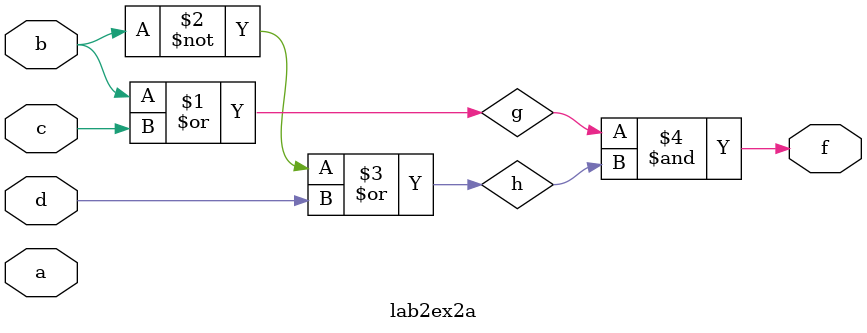
<source format=v>
module lab2ex2a(a,b,c,d,f);
input a,b,c,d;
output f;
wire g,h;
assign g = (b|c);
assign h = ((~b)|d);
assign f = (g&h);
endmodule 

</source>
